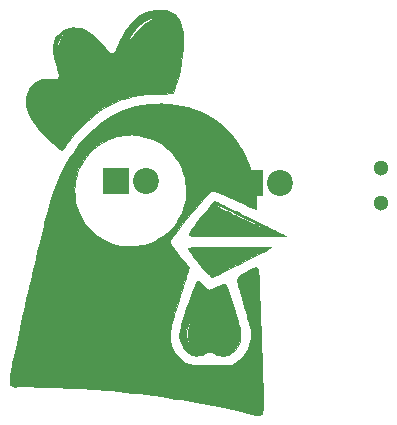
<source format=gbr>
G04 #@! TF.GenerationSoftware,KiCad,Pcbnew,(5.1.4)-1*
G04 #@! TF.CreationDate,2020-11-27T18:52:48+01:00*
G04 #@! TF.ProjectId,SpaceBADGE,53706163-6542-4414-9447-452e6b696361,rev?*
G04 #@! TF.SameCoordinates,Original*
G04 #@! TF.FileFunction,Soldermask,Top*
G04 #@! TF.FilePolarity,Negative*
%FSLAX46Y46*%
G04 Gerber Fmt 4.6, Leading zero omitted, Abs format (unit mm)*
G04 Created by KiCad (PCBNEW (5.1.4)-1) date 2020-11-27 18:52:48*
%MOMM*%
%LPD*%
G04 APERTURE LIST*
%ADD10C,0.010000*%
%ADD11C,1.300000*%
%ADD12R,2.200000X2.200000*%
%ADD13C,2.200000*%
G04 APERTURE END LIST*
D10*
G36*
X90051287Y-108958466D02*
G01*
X90256785Y-108964964D01*
X90434946Y-108975075D01*
X90504550Y-108980914D01*
X91043441Y-109047231D01*
X91570883Y-109141901D01*
X92083558Y-109263716D01*
X92578150Y-109411466D01*
X93051340Y-109583941D01*
X93499812Y-109779934D01*
X93920248Y-109998234D01*
X94309329Y-110237632D01*
X94663740Y-110496919D01*
X94663800Y-110496968D01*
X95030188Y-110807939D01*
X95380760Y-111140761D01*
X95711750Y-111490805D01*
X96019391Y-111853437D01*
X96299916Y-112224028D01*
X96549560Y-112597946D01*
X96764555Y-112970559D01*
X96902002Y-113249017D01*
X97025138Y-113533073D01*
X97145368Y-113837306D01*
X97261076Y-114155969D01*
X97370645Y-114483315D01*
X97472459Y-114813596D01*
X97564902Y-115141067D01*
X97646356Y-115459980D01*
X97715206Y-115764589D01*
X97769834Y-116049145D01*
X97808625Y-116307903D01*
X97829960Y-116535115D01*
X97830827Y-116551017D01*
X97838451Y-116653419D01*
X97849627Y-116746562D01*
X97862672Y-116818333D01*
X97872408Y-116850273D01*
X97888623Y-116910180D01*
X97897999Y-116992790D01*
X97899166Y-117051357D01*
X97899328Y-117126280D01*
X97901911Y-117229574D01*
X97906472Y-117347376D01*
X97912295Y-117461183D01*
X97918395Y-117619879D01*
X97915644Y-117739690D01*
X97903694Y-117823200D01*
X97882197Y-117872996D01*
X97854391Y-117891125D01*
X97838807Y-117889288D01*
X97808123Y-117879800D01*
X97760263Y-117861733D01*
X97693152Y-117834163D01*
X97604714Y-117796162D01*
X97492874Y-117746805D01*
X97355555Y-117685165D01*
X97190681Y-117610317D01*
X96996178Y-117521335D01*
X96769969Y-117417292D01*
X96509978Y-117297262D01*
X96214130Y-117160319D01*
X96156050Y-117133404D01*
X95821601Y-116979262D01*
X95523019Y-116843568D01*
X95258438Y-116725572D01*
X95025994Y-116624525D01*
X94823822Y-116539677D01*
X94650058Y-116470280D01*
X94502836Y-116415584D01*
X94380293Y-116374840D01*
X94280564Y-116347299D01*
X94201783Y-116332211D01*
X94153119Y-116328604D01*
X94113943Y-116329966D01*
X94080823Y-116337477D01*
X94046724Y-116356044D01*
X94004612Y-116390571D01*
X93947449Y-116445965D01*
X93868201Y-116527130D01*
X93867804Y-116527540D01*
X93729601Y-116673758D01*
X93568953Y-116849719D01*
X93389114Y-117051528D01*
X93193337Y-117275286D01*
X92984875Y-117517097D01*
X92766981Y-117773063D01*
X92542909Y-118039288D01*
X92315911Y-118311873D01*
X92089242Y-118586923D01*
X91866153Y-118860539D01*
X91649899Y-119128825D01*
X91443733Y-119387884D01*
X91250907Y-119633817D01*
X91074676Y-119862729D01*
X90987383Y-119978121D01*
X90858080Y-120152569D01*
X90754597Y-120297589D01*
X90675266Y-120415951D01*
X90618417Y-120510419D01*
X90582381Y-120583762D01*
X90565490Y-120638747D01*
X90565804Y-120677105D01*
X90590051Y-120734580D01*
X90641396Y-120823002D01*
X90719126Y-120941398D01*
X90822527Y-121088797D01*
X90950888Y-121264228D01*
X91103496Y-121466721D01*
X91279638Y-121695303D01*
X91478602Y-121949003D01*
X91699673Y-122226851D01*
X91739550Y-122276600D01*
X91844428Y-122407975D01*
X91940693Y-122529840D01*
X92025130Y-122638027D01*
X92094526Y-122728365D01*
X92145666Y-122796686D01*
X92175336Y-122838821D01*
X92181518Y-122849881D01*
X92176657Y-122875037D01*
X92159793Y-122937253D01*
X92131916Y-123033299D01*
X92094018Y-123159944D01*
X92047090Y-123313958D01*
X91992122Y-123492110D01*
X91930104Y-123691171D01*
X91862028Y-123907910D01*
X91788885Y-124139098D01*
X91714100Y-124373881D01*
X91582456Y-124786142D01*
X91463151Y-125160518D01*
X91355469Y-125499393D01*
X91258697Y-125805154D01*
X91172119Y-126080184D01*
X91095021Y-126326869D01*
X91026688Y-126547594D01*
X90966405Y-126744745D01*
X90913458Y-126920707D01*
X90867132Y-127077864D01*
X90826712Y-127218601D01*
X90791483Y-127345305D01*
X90760731Y-127460359D01*
X90733741Y-127566150D01*
X90709798Y-127665062D01*
X90688187Y-127759481D01*
X90668194Y-127851791D01*
X90659658Y-127892681D01*
X90610907Y-128199447D01*
X90590023Y-128506828D01*
X90596337Y-128808885D01*
X90629181Y-129099681D01*
X90687886Y-129373279D01*
X90771783Y-129623742D01*
X90879354Y-129843683D01*
X91012949Y-130048060D01*
X91170059Y-130248933D01*
X91344002Y-130439776D01*
X91528090Y-130614065D01*
X91715640Y-130765276D01*
X91899966Y-130886882D01*
X92004958Y-130942318D01*
X92052458Y-130964774D01*
X92095937Y-130984461D01*
X92138384Y-131001562D01*
X92182787Y-131016259D01*
X92232138Y-131028734D01*
X92289426Y-131039168D01*
X92357640Y-131047744D01*
X92439769Y-131054645D01*
X92538804Y-131060051D01*
X92657734Y-131064145D01*
X92799548Y-131067110D01*
X92967237Y-131069126D01*
X93163790Y-131070376D01*
X93392196Y-131071043D01*
X93655445Y-131071308D01*
X93956526Y-131071353D01*
X94124050Y-131071350D01*
X95838550Y-131071350D01*
X96070531Y-130927244D01*
X96176180Y-130859197D01*
X96284882Y-130785114D01*
X96382757Y-130714668D01*
X96446891Y-130665018D01*
X96649446Y-130475135D01*
X96838330Y-130250336D01*
X97010108Y-129996781D01*
X97161346Y-129720632D01*
X97288606Y-129428051D01*
X97388454Y-129125198D01*
X97448273Y-128869249D01*
X97468588Y-128732677D01*
X97475625Y-128597724D01*
X97471531Y-128457267D01*
X97466082Y-128375740D01*
X97458643Y-128296221D01*
X97448331Y-128215176D01*
X97434261Y-128129070D01*
X97415549Y-128034372D01*
X97391309Y-127927547D01*
X97360659Y-127805063D01*
X97322713Y-127663386D01*
X97276587Y-127498983D01*
X97221397Y-127308320D01*
X97156258Y-127087864D01*
X97080287Y-126834083D01*
X96992597Y-126543442D01*
X96992065Y-126541683D01*
X96875271Y-126152285D01*
X96767687Y-125786906D01*
X96669843Y-125447504D01*
X96582272Y-125136031D01*
X96505503Y-124854445D01*
X96440068Y-124604700D01*
X96386498Y-124388751D01*
X96345323Y-124208554D01*
X96317075Y-124066064D01*
X96312599Y-124039669D01*
X96300558Y-123958756D01*
X96298017Y-123903173D01*
X96306936Y-123856596D01*
X96329274Y-123802698D01*
X96344921Y-123770283D01*
X96395312Y-123687540D01*
X96467840Y-123602508D01*
X96565392Y-123512966D01*
X96690855Y-123416694D01*
X96847115Y-123311473D01*
X97037060Y-123195082D01*
X97256582Y-123069209D01*
X97429794Y-122975099D01*
X97572155Y-122904425D01*
X97687392Y-122856205D01*
X97779236Y-122829457D01*
X97851414Y-122823197D01*
X97907656Y-122836444D01*
X97951690Y-122868213D01*
X97964264Y-122882704D01*
X97994989Y-122933491D01*
X98008126Y-122978473D01*
X98008133Y-122979204D01*
X98016760Y-123006630D01*
X98029300Y-123006850D01*
X98040595Y-123019252D01*
X98047790Y-123070682D01*
X98050459Y-123157994D01*
X98050467Y-123163611D01*
X98054731Y-123262431D01*
X98066027Y-123356328D01*
X98082109Y-123426656D01*
X98082149Y-123426773D01*
X98094158Y-123473696D01*
X98102770Y-123537069D01*
X98108341Y-123622973D01*
X98111226Y-123737485D01*
X98111780Y-123886687D01*
X98111595Y-123930221D01*
X98112192Y-124060267D01*
X98114992Y-124222610D01*
X98119705Y-124407284D01*
X98126037Y-124604328D01*
X98133696Y-124803777D01*
X98142391Y-124995668D01*
X98143488Y-125017683D01*
X98153123Y-125208998D01*
X98163233Y-125409920D01*
X98173307Y-125610283D01*
X98182833Y-125799918D01*
X98191302Y-125968657D01*
X98198201Y-126106332D01*
X98198803Y-126118350D01*
X98204955Y-126250348D01*
X98211907Y-126414826D01*
X98219284Y-126601947D01*
X98226712Y-126801874D01*
X98233817Y-127004771D01*
X98240225Y-127200800D01*
X98241448Y-127240183D01*
X98247909Y-127442007D01*
X98255352Y-127660362D01*
X98263353Y-127883655D01*
X98271484Y-128100290D01*
X98279319Y-128298675D01*
X98286434Y-128467214D01*
X98286931Y-128478433D01*
X98294050Y-128643847D01*
X98300856Y-128812053D01*
X98306977Y-128973124D01*
X98312043Y-129117136D01*
X98315685Y-129234162D01*
X98316931Y-129282767D01*
X98323730Y-129551337D01*
X98331345Y-129793101D01*
X98339617Y-130003938D01*
X98348390Y-130179725D01*
X98355356Y-130288183D01*
X98361862Y-130393697D01*
X98368844Y-130536795D01*
X98376172Y-130712733D01*
X98383715Y-130916766D01*
X98391345Y-131144149D01*
X98398930Y-131390138D01*
X98406343Y-131649987D01*
X98413452Y-131918953D01*
X98420127Y-132192291D01*
X98426240Y-132465255D01*
X98431660Y-132733102D01*
X98436258Y-132991086D01*
X98439903Y-133234463D01*
X98442466Y-133458488D01*
X98442653Y-133479138D01*
X98444797Y-133825752D01*
X98444791Y-134135477D01*
X98442657Y-134407603D01*
X98438415Y-134641420D01*
X98432087Y-134836218D01*
X98423692Y-134991286D01*
X98413252Y-135105915D01*
X98400786Y-135179394D01*
X98392340Y-135203441D01*
X98341927Y-135254010D01*
X98254537Y-135289429D01*
X98133024Y-135308878D01*
X98012996Y-135312384D01*
X97922036Y-135310056D01*
X97841792Y-135306386D01*
X97785880Y-135302048D01*
X97775300Y-135300619D01*
X97736588Y-135292070D01*
X97665814Y-135274548D01*
X97571740Y-135250290D01*
X97463126Y-135221535D01*
X97415467Y-135208706D01*
X97177564Y-135146829D01*
X96901435Y-135079391D01*
X96590723Y-135007091D01*
X96249067Y-134930630D01*
X95880111Y-134850708D01*
X95487496Y-134768027D01*
X95074863Y-134683285D01*
X94645855Y-134597185D01*
X94204112Y-134510427D01*
X93753277Y-134423711D01*
X93296991Y-134337737D01*
X92838896Y-134253206D01*
X92382633Y-134170820D01*
X91931845Y-134091277D01*
X91490173Y-134015279D01*
X91061258Y-133943527D01*
X90648742Y-133876720D01*
X90256267Y-133815559D01*
X89890717Y-133761214D01*
X89228952Y-133667343D01*
X88591290Y-133580765D01*
X87973323Y-133501122D01*
X87370644Y-133428058D01*
X86778844Y-133361215D01*
X86193515Y-133300236D01*
X85610249Y-133244762D01*
X85024638Y-133194438D01*
X84432274Y-133148904D01*
X83828748Y-133107803D01*
X83209654Y-133070779D01*
X82570582Y-133037474D01*
X81907125Y-133007529D01*
X81214875Y-132980589D01*
X80489424Y-132956294D01*
X79726363Y-132934288D01*
X79677800Y-132932994D01*
X79437735Y-132926501D01*
X79198481Y-132919805D01*
X78965528Y-132913074D01*
X78744365Y-132906475D01*
X78540482Y-132900177D01*
X78359369Y-132894349D01*
X78206514Y-132889157D01*
X78087407Y-132884772D01*
X78037383Y-132882726D01*
X77897642Y-132877692D01*
X77781361Y-132875542D01*
X77693506Y-132876252D01*
X77639041Y-132879802D01*
X77622920Y-132884546D01*
X77591794Y-132904405D01*
X77536342Y-132916267D01*
X77467364Y-132920612D01*
X77395655Y-132917923D01*
X77332016Y-132908678D01*
X77287242Y-132893359D01*
X77272132Y-132872447D01*
X77273048Y-132868969D01*
X77269958Y-132847772D01*
X77234299Y-132839321D01*
X77212399Y-132838767D01*
X77128540Y-132818897D01*
X77080772Y-132787715D01*
X77053799Y-132762248D01*
X77036134Y-132735198D01*
X77025378Y-132696974D01*
X77019134Y-132637985D01*
X77015006Y-132548640D01*
X77014032Y-132520699D01*
X77012718Y-132432872D01*
X77015181Y-132341773D01*
X77022070Y-132242850D01*
X77034033Y-132131547D01*
X77051720Y-132003311D01*
X77075780Y-131853587D01*
X77106861Y-131677822D01*
X77145613Y-131471460D01*
X77192684Y-131229949D01*
X77211528Y-131134850D01*
X77256021Y-130915063D01*
X77309699Y-130656808D01*
X77371944Y-130362798D01*
X77442136Y-130035748D01*
X77519656Y-129678372D01*
X77603884Y-129293384D01*
X77694202Y-128883498D01*
X77789990Y-128451427D01*
X77890629Y-127999887D01*
X77995500Y-127531590D01*
X78103983Y-127049251D01*
X78215461Y-126555584D01*
X78329312Y-126053303D01*
X78444919Y-125545121D01*
X78561661Y-125033754D01*
X78678921Y-124521915D01*
X78796078Y-124012317D01*
X78912513Y-123507676D01*
X79027608Y-123010704D01*
X79140742Y-122524117D01*
X79251297Y-122050627D01*
X79358654Y-121592950D01*
X79462194Y-121153799D01*
X79561296Y-120735887D01*
X79655343Y-120341930D01*
X79743714Y-119974641D01*
X79825791Y-119636734D01*
X79900955Y-119330923D01*
X79944256Y-119156855D01*
X80054304Y-118719745D01*
X80156490Y-118320593D01*
X80251952Y-117955990D01*
X80341828Y-117622528D01*
X80427256Y-117316800D01*
X80509376Y-117035397D01*
X80589324Y-116774911D01*
X80668240Y-116531934D01*
X80745602Y-116307862D01*
X82503157Y-116307862D01*
X82520887Y-116748581D01*
X82578200Y-117179002D01*
X82674310Y-117597607D01*
X82808430Y-118002881D01*
X82979776Y-118393307D01*
X83187560Y-118767368D01*
X83430996Y-119123548D01*
X83709299Y-119460330D01*
X84021681Y-119776197D01*
X84367359Y-120069633D01*
X84745544Y-120339122D01*
X85155451Y-120583146D01*
X85319932Y-120669167D01*
X85547710Y-120778023D01*
X85750549Y-120861575D01*
X85935562Y-120922173D01*
X86109865Y-120962164D01*
X86271217Y-120983141D01*
X86387324Y-120990368D01*
X86537101Y-120995973D01*
X86711916Y-120999946D01*
X86903136Y-121002273D01*
X87102128Y-121002943D01*
X87300260Y-121001943D01*
X87488900Y-120999261D01*
X87659414Y-120994885D01*
X87803170Y-120988803D01*
X87858717Y-120985374D01*
X88051385Y-120970233D01*
X88211030Y-120953685D01*
X88346964Y-120934226D01*
X88468496Y-120910354D01*
X88584938Y-120880565D01*
X88673152Y-120853876D01*
X89011118Y-120728049D01*
X89350885Y-120567371D01*
X89685889Y-120376471D01*
X90009565Y-120159977D01*
X90315346Y-119922517D01*
X90596668Y-119668719D01*
X90846965Y-119403212D01*
X90999293Y-119214076D01*
X91153200Y-118991858D01*
X91303464Y-118743427D01*
X91446009Y-118477561D01*
X91576759Y-118203037D01*
X91691638Y-117928633D01*
X91786571Y-117663126D01*
X91857481Y-117415293D01*
X91878832Y-117320000D01*
X91913511Y-117100878D01*
X91936183Y-116849177D01*
X91946747Y-116572942D01*
X91945100Y-116280219D01*
X91931140Y-115979054D01*
X91904766Y-115677492D01*
X91900220Y-115636941D01*
X91835097Y-115230100D01*
X91734904Y-114843712D01*
X91597606Y-114471758D01*
X91421170Y-114108221D01*
X91328876Y-113946463D01*
X91166329Y-113698567D01*
X90971136Y-113442299D01*
X90750004Y-113184891D01*
X90509638Y-112933576D01*
X90256746Y-112695587D01*
X89998033Y-112478154D01*
X89891617Y-112396466D01*
X89668016Y-112248432D01*
X89408972Y-112109772D01*
X89120783Y-111982819D01*
X88809750Y-111869904D01*
X88482173Y-111773358D01*
X88144350Y-111695512D01*
X87869300Y-111648025D01*
X87755764Y-111631114D01*
X87649811Y-111614795D01*
X87562349Y-111600782D01*
X87504284Y-111590791D01*
X87498883Y-111589764D01*
X87397882Y-111578789D01*
X87262881Y-111577308D01*
X87101039Y-111584916D01*
X86919515Y-111601206D01*
X86725469Y-111625772D01*
X86642260Y-111638411D01*
X86360149Y-111687882D01*
X86109415Y-111742394D01*
X85879135Y-111805325D01*
X85658384Y-111880054D01*
X85436240Y-111969963D01*
X85201779Y-112078428D01*
X85170550Y-112093711D01*
X84783048Y-112306363D01*
X84419554Y-112550164D01*
X84081962Y-112822686D01*
X83772169Y-113121500D01*
X83492070Y-113444175D01*
X83243560Y-113788282D01*
X83028535Y-114151393D01*
X82848891Y-114531077D01*
X82706522Y-114924906D01*
X82603325Y-115330450D01*
X82589590Y-115401595D01*
X82525796Y-115858361D01*
X82503157Y-116307862D01*
X80745602Y-116307862D01*
X80747261Y-116303057D01*
X80827526Y-116084874D01*
X80910174Y-115873975D01*
X80996341Y-115666954D01*
X81087168Y-115460401D01*
X81183791Y-115250908D01*
X81287349Y-115035068D01*
X81390740Y-114825933D01*
X81723639Y-114197205D01*
X82077953Y-113598603D01*
X82452687Y-113031269D01*
X82846842Y-112496341D01*
X83259421Y-111994958D01*
X83689427Y-111528261D01*
X84135863Y-111097389D01*
X84597731Y-110703482D01*
X85074034Y-110347679D01*
X85563775Y-110031120D01*
X85611903Y-110002576D01*
X86085012Y-109748532D01*
X86583122Y-109528335D01*
X87105498Y-109342216D01*
X87651408Y-109190407D01*
X88220118Y-109073142D01*
X88800633Y-108991768D01*
X88961499Y-108977928D01*
X89154643Y-108967319D01*
X89370130Y-108960005D01*
X89598023Y-108956049D01*
X89828388Y-108955515D01*
X90051287Y-108958466D01*
X90051287Y-108958466D01*
G37*
X90051287Y-108958466D02*
X90256785Y-108964964D01*
X90434946Y-108975075D01*
X90504550Y-108980914D01*
X91043441Y-109047231D01*
X91570883Y-109141901D01*
X92083558Y-109263716D01*
X92578150Y-109411466D01*
X93051340Y-109583941D01*
X93499812Y-109779934D01*
X93920248Y-109998234D01*
X94309329Y-110237632D01*
X94663740Y-110496919D01*
X94663800Y-110496968D01*
X95030188Y-110807939D01*
X95380760Y-111140761D01*
X95711750Y-111490805D01*
X96019391Y-111853437D01*
X96299916Y-112224028D01*
X96549560Y-112597946D01*
X96764555Y-112970559D01*
X96902002Y-113249017D01*
X97025138Y-113533073D01*
X97145368Y-113837306D01*
X97261076Y-114155969D01*
X97370645Y-114483315D01*
X97472459Y-114813596D01*
X97564902Y-115141067D01*
X97646356Y-115459980D01*
X97715206Y-115764589D01*
X97769834Y-116049145D01*
X97808625Y-116307903D01*
X97829960Y-116535115D01*
X97830827Y-116551017D01*
X97838451Y-116653419D01*
X97849627Y-116746562D01*
X97862672Y-116818333D01*
X97872408Y-116850273D01*
X97888623Y-116910180D01*
X97897999Y-116992790D01*
X97899166Y-117051357D01*
X97899328Y-117126280D01*
X97901911Y-117229574D01*
X97906472Y-117347376D01*
X97912295Y-117461183D01*
X97918395Y-117619879D01*
X97915644Y-117739690D01*
X97903694Y-117823200D01*
X97882197Y-117872996D01*
X97854391Y-117891125D01*
X97838807Y-117889288D01*
X97808123Y-117879800D01*
X97760263Y-117861733D01*
X97693152Y-117834163D01*
X97604714Y-117796162D01*
X97492874Y-117746805D01*
X97355555Y-117685165D01*
X97190681Y-117610317D01*
X96996178Y-117521335D01*
X96769969Y-117417292D01*
X96509978Y-117297262D01*
X96214130Y-117160319D01*
X96156050Y-117133404D01*
X95821601Y-116979262D01*
X95523019Y-116843568D01*
X95258438Y-116725572D01*
X95025994Y-116624525D01*
X94823822Y-116539677D01*
X94650058Y-116470280D01*
X94502836Y-116415584D01*
X94380293Y-116374840D01*
X94280564Y-116347299D01*
X94201783Y-116332211D01*
X94153119Y-116328604D01*
X94113943Y-116329966D01*
X94080823Y-116337477D01*
X94046724Y-116356044D01*
X94004612Y-116390571D01*
X93947449Y-116445965D01*
X93868201Y-116527130D01*
X93867804Y-116527540D01*
X93729601Y-116673758D01*
X93568953Y-116849719D01*
X93389114Y-117051528D01*
X93193337Y-117275286D01*
X92984875Y-117517097D01*
X92766981Y-117773063D01*
X92542909Y-118039288D01*
X92315911Y-118311873D01*
X92089242Y-118586923D01*
X91866153Y-118860539D01*
X91649899Y-119128825D01*
X91443733Y-119387884D01*
X91250907Y-119633817D01*
X91074676Y-119862729D01*
X90987383Y-119978121D01*
X90858080Y-120152569D01*
X90754597Y-120297589D01*
X90675266Y-120415951D01*
X90618417Y-120510419D01*
X90582381Y-120583762D01*
X90565490Y-120638747D01*
X90565804Y-120677105D01*
X90590051Y-120734580D01*
X90641396Y-120823002D01*
X90719126Y-120941398D01*
X90822527Y-121088797D01*
X90950888Y-121264228D01*
X91103496Y-121466721D01*
X91279638Y-121695303D01*
X91478602Y-121949003D01*
X91699673Y-122226851D01*
X91739550Y-122276600D01*
X91844428Y-122407975D01*
X91940693Y-122529840D01*
X92025130Y-122638027D01*
X92094526Y-122728365D01*
X92145666Y-122796686D01*
X92175336Y-122838821D01*
X92181518Y-122849881D01*
X92176657Y-122875037D01*
X92159793Y-122937253D01*
X92131916Y-123033299D01*
X92094018Y-123159944D01*
X92047090Y-123313958D01*
X91992122Y-123492110D01*
X91930104Y-123691171D01*
X91862028Y-123907910D01*
X91788885Y-124139098D01*
X91714100Y-124373881D01*
X91582456Y-124786142D01*
X91463151Y-125160518D01*
X91355469Y-125499393D01*
X91258697Y-125805154D01*
X91172119Y-126080184D01*
X91095021Y-126326869D01*
X91026688Y-126547594D01*
X90966405Y-126744745D01*
X90913458Y-126920707D01*
X90867132Y-127077864D01*
X90826712Y-127218601D01*
X90791483Y-127345305D01*
X90760731Y-127460359D01*
X90733741Y-127566150D01*
X90709798Y-127665062D01*
X90688187Y-127759481D01*
X90668194Y-127851791D01*
X90659658Y-127892681D01*
X90610907Y-128199447D01*
X90590023Y-128506828D01*
X90596337Y-128808885D01*
X90629181Y-129099681D01*
X90687886Y-129373279D01*
X90771783Y-129623742D01*
X90879354Y-129843683D01*
X91012949Y-130048060D01*
X91170059Y-130248933D01*
X91344002Y-130439776D01*
X91528090Y-130614065D01*
X91715640Y-130765276D01*
X91899966Y-130886882D01*
X92004958Y-130942318D01*
X92052458Y-130964774D01*
X92095937Y-130984461D01*
X92138384Y-131001562D01*
X92182787Y-131016259D01*
X92232138Y-131028734D01*
X92289426Y-131039168D01*
X92357640Y-131047744D01*
X92439769Y-131054645D01*
X92538804Y-131060051D01*
X92657734Y-131064145D01*
X92799548Y-131067110D01*
X92967237Y-131069126D01*
X93163790Y-131070376D01*
X93392196Y-131071043D01*
X93655445Y-131071308D01*
X93956526Y-131071353D01*
X94124050Y-131071350D01*
X95838550Y-131071350D01*
X96070531Y-130927244D01*
X96176180Y-130859197D01*
X96284882Y-130785114D01*
X96382757Y-130714668D01*
X96446891Y-130665018D01*
X96649446Y-130475135D01*
X96838330Y-130250336D01*
X97010108Y-129996781D01*
X97161346Y-129720632D01*
X97288606Y-129428051D01*
X97388454Y-129125198D01*
X97448273Y-128869249D01*
X97468588Y-128732677D01*
X97475625Y-128597724D01*
X97471531Y-128457267D01*
X97466082Y-128375740D01*
X97458643Y-128296221D01*
X97448331Y-128215176D01*
X97434261Y-128129070D01*
X97415549Y-128034372D01*
X97391309Y-127927547D01*
X97360659Y-127805063D01*
X97322713Y-127663386D01*
X97276587Y-127498983D01*
X97221397Y-127308320D01*
X97156258Y-127087864D01*
X97080287Y-126834083D01*
X96992597Y-126543442D01*
X96992065Y-126541683D01*
X96875271Y-126152285D01*
X96767687Y-125786906D01*
X96669843Y-125447504D01*
X96582272Y-125136031D01*
X96505503Y-124854445D01*
X96440068Y-124604700D01*
X96386498Y-124388751D01*
X96345323Y-124208554D01*
X96317075Y-124066064D01*
X96312599Y-124039669D01*
X96300558Y-123958756D01*
X96298017Y-123903173D01*
X96306936Y-123856596D01*
X96329274Y-123802698D01*
X96344921Y-123770283D01*
X96395312Y-123687540D01*
X96467840Y-123602508D01*
X96565392Y-123512966D01*
X96690855Y-123416694D01*
X96847115Y-123311473D01*
X97037060Y-123195082D01*
X97256582Y-123069209D01*
X97429794Y-122975099D01*
X97572155Y-122904425D01*
X97687392Y-122856205D01*
X97779236Y-122829457D01*
X97851414Y-122823197D01*
X97907656Y-122836444D01*
X97951690Y-122868213D01*
X97964264Y-122882704D01*
X97994989Y-122933491D01*
X98008126Y-122978473D01*
X98008133Y-122979204D01*
X98016760Y-123006630D01*
X98029300Y-123006850D01*
X98040595Y-123019252D01*
X98047790Y-123070682D01*
X98050459Y-123157994D01*
X98050467Y-123163611D01*
X98054731Y-123262431D01*
X98066027Y-123356328D01*
X98082109Y-123426656D01*
X98082149Y-123426773D01*
X98094158Y-123473696D01*
X98102770Y-123537069D01*
X98108341Y-123622973D01*
X98111226Y-123737485D01*
X98111780Y-123886687D01*
X98111595Y-123930221D01*
X98112192Y-124060267D01*
X98114992Y-124222610D01*
X98119705Y-124407284D01*
X98126037Y-124604328D01*
X98133696Y-124803777D01*
X98142391Y-124995668D01*
X98143488Y-125017683D01*
X98153123Y-125208998D01*
X98163233Y-125409920D01*
X98173307Y-125610283D01*
X98182833Y-125799918D01*
X98191302Y-125968657D01*
X98198201Y-126106332D01*
X98198803Y-126118350D01*
X98204955Y-126250348D01*
X98211907Y-126414826D01*
X98219284Y-126601947D01*
X98226712Y-126801874D01*
X98233817Y-127004771D01*
X98240225Y-127200800D01*
X98241448Y-127240183D01*
X98247909Y-127442007D01*
X98255352Y-127660362D01*
X98263353Y-127883655D01*
X98271484Y-128100290D01*
X98279319Y-128298675D01*
X98286434Y-128467214D01*
X98286931Y-128478433D01*
X98294050Y-128643847D01*
X98300856Y-128812053D01*
X98306977Y-128973124D01*
X98312043Y-129117136D01*
X98315685Y-129234162D01*
X98316931Y-129282767D01*
X98323730Y-129551337D01*
X98331345Y-129793101D01*
X98339617Y-130003938D01*
X98348390Y-130179725D01*
X98355356Y-130288183D01*
X98361862Y-130393697D01*
X98368844Y-130536795D01*
X98376172Y-130712733D01*
X98383715Y-130916766D01*
X98391345Y-131144149D01*
X98398930Y-131390138D01*
X98406343Y-131649987D01*
X98413452Y-131918953D01*
X98420127Y-132192291D01*
X98426240Y-132465255D01*
X98431660Y-132733102D01*
X98436258Y-132991086D01*
X98439903Y-133234463D01*
X98442466Y-133458488D01*
X98442653Y-133479138D01*
X98444797Y-133825752D01*
X98444791Y-134135477D01*
X98442657Y-134407603D01*
X98438415Y-134641420D01*
X98432087Y-134836218D01*
X98423692Y-134991286D01*
X98413252Y-135105915D01*
X98400786Y-135179394D01*
X98392340Y-135203441D01*
X98341927Y-135254010D01*
X98254537Y-135289429D01*
X98133024Y-135308878D01*
X98012996Y-135312384D01*
X97922036Y-135310056D01*
X97841792Y-135306386D01*
X97785880Y-135302048D01*
X97775300Y-135300619D01*
X97736588Y-135292070D01*
X97665814Y-135274548D01*
X97571740Y-135250290D01*
X97463126Y-135221535D01*
X97415467Y-135208706D01*
X97177564Y-135146829D01*
X96901435Y-135079391D01*
X96590723Y-135007091D01*
X96249067Y-134930630D01*
X95880111Y-134850708D01*
X95487496Y-134768027D01*
X95074863Y-134683285D01*
X94645855Y-134597185D01*
X94204112Y-134510427D01*
X93753277Y-134423711D01*
X93296991Y-134337737D01*
X92838896Y-134253206D01*
X92382633Y-134170820D01*
X91931845Y-134091277D01*
X91490173Y-134015279D01*
X91061258Y-133943527D01*
X90648742Y-133876720D01*
X90256267Y-133815559D01*
X89890717Y-133761214D01*
X89228952Y-133667343D01*
X88591290Y-133580765D01*
X87973323Y-133501122D01*
X87370644Y-133428058D01*
X86778844Y-133361215D01*
X86193515Y-133300236D01*
X85610249Y-133244762D01*
X85024638Y-133194438D01*
X84432274Y-133148904D01*
X83828748Y-133107803D01*
X83209654Y-133070779D01*
X82570582Y-133037474D01*
X81907125Y-133007529D01*
X81214875Y-132980589D01*
X80489424Y-132956294D01*
X79726363Y-132934288D01*
X79677800Y-132932994D01*
X79437735Y-132926501D01*
X79198481Y-132919805D01*
X78965528Y-132913074D01*
X78744365Y-132906475D01*
X78540482Y-132900177D01*
X78359369Y-132894349D01*
X78206514Y-132889157D01*
X78087407Y-132884772D01*
X78037383Y-132882726D01*
X77897642Y-132877692D01*
X77781361Y-132875542D01*
X77693506Y-132876252D01*
X77639041Y-132879802D01*
X77622920Y-132884546D01*
X77591794Y-132904405D01*
X77536342Y-132916267D01*
X77467364Y-132920612D01*
X77395655Y-132917923D01*
X77332016Y-132908678D01*
X77287242Y-132893359D01*
X77272132Y-132872447D01*
X77273048Y-132868969D01*
X77269958Y-132847772D01*
X77234299Y-132839321D01*
X77212399Y-132838767D01*
X77128540Y-132818897D01*
X77080772Y-132787715D01*
X77053799Y-132762248D01*
X77036134Y-132735198D01*
X77025378Y-132696974D01*
X77019134Y-132637985D01*
X77015006Y-132548640D01*
X77014032Y-132520699D01*
X77012718Y-132432872D01*
X77015181Y-132341773D01*
X77022070Y-132242850D01*
X77034033Y-132131547D01*
X77051720Y-132003311D01*
X77075780Y-131853587D01*
X77106861Y-131677822D01*
X77145613Y-131471460D01*
X77192684Y-131229949D01*
X77211528Y-131134850D01*
X77256021Y-130915063D01*
X77309699Y-130656808D01*
X77371944Y-130362798D01*
X77442136Y-130035748D01*
X77519656Y-129678372D01*
X77603884Y-129293384D01*
X77694202Y-128883498D01*
X77789990Y-128451427D01*
X77890629Y-127999887D01*
X77995500Y-127531590D01*
X78103983Y-127049251D01*
X78215461Y-126555584D01*
X78329312Y-126053303D01*
X78444919Y-125545121D01*
X78561661Y-125033754D01*
X78678921Y-124521915D01*
X78796078Y-124012317D01*
X78912513Y-123507676D01*
X79027608Y-123010704D01*
X79140742Y-122524117D01*
X79251297Y-122050627D01*
X79358654Y-121592950D01*
X79462194Y-121153799D01*
X79561296Y-120735887D01*
X79655343Y-120341930D01*
X79743714Y-119974641D01*
X79825791Y-119636734D01*
X79900955Y-119330923D01*
X79944256Y-119156855D01*
X80054304Y-118719745D01*
X80156490Y-118320593D01*
X80251952Y-117955990D01*
X80341828Y-117622528D01*
X80427256Y-117316800D01*
X80509376Y-117035397D01*
X80589324Y-116774911D01*
X80668240Y-116531934D01*
X80745602Y-116307862D01*
X82503157Y-116307862D01*
X82520887Y-116748581D01*
X82578200Y-117179002D01*
X82674310Y-117597607D01*
X82808430Y-118002881D01*
X82979776Y-118393307D01*
X83187560Y-118767368D01*
X83430996Y-119123548D01*
X83709299Y-119460330D01*
X84021681Y-119776197D01*
X84367359Y-120069633D01*
X84745544Y-120339122D01*
X85155451Y-120583146D01*
X85319932Y-120669167D01*
X85547710Y-120778023D01*
X85750549Y-120861575D01*
X85935562Y-120922173D01*
X86109865Y-120962164D01*
X86271217Y-120983141D01*
X86387324Y-120990368D01*
X86537101Y-120995973D01*
X86711916Y-120999946D01*
X86903136Y-121002273D01*
X87102128Y-121002943D01*
X87300260Y-121001943D01*
X87488900Y-120999261D01*
X87659414Y-120994885D01*
X87803170Y-120988803D01*
X87858717Y-120985374D01*
X88051385Y-120970233D01*
X88211030Y-120953685D01*
X88346964Y-120934226D01*
X88468496Y-120910354D01*
X88584938Y-120880565D01*
X88673152Y-120853876D01*
X89011118Y-120728049D01*
X89350885Y-120567371D01*
X89685889Y-120376471D01*
X90009565Y-120159977D01*
X90315346Y-119922517D01*
X90596668Y-119668719D01*
X90846965Y-119403212D01*
X90999293Y-119214076D01*
X91153200Y-118991858D01*
X91303464Y-118743427D01*
X91446009Y-118477561D01*
X91576759Y-118203037D01*
X91691638Y-117928633D01*
X91786571Y-117663126D01*
X91857481Y-117415293D01*
X91878832Y-117320000D01*
X91913511Y-117100878D01*
X91936183Y-116849177D01*
X91946747Y-116572942D01*
X91945100Y-116280219D01*
X91931140Y-115979054D01*
X91904766Y-115677492D01*
X91900220Y-115636941D01*
X91835097Y-115230100D01*
X91734904Y-114843712D01*
X91597606Y-114471758D01*
X91421170Y-114108221D01*
X91328876Y-113946463D01*
X91166329Y-113698567D01*
X90971136Y-113442299D01*
X90750004Y-113184891D01*
X90509638Y-112933576D01*
X90256746Y-112695587D01*
X89998033Y-112478154D01*
X89891617Y-112396466D01*
X89668016Y-112248432D01*
X89408972Y-112109772D01*
X89120783Y-111982819D01*
X88809750Y-111869904D01*
X88482173Y-111773358D01*
X88144350Y-111695512D01*
X87869300Y-111648025D01*
X87755764Y-111631114D01*
X87649811Y-111614795D01*
X87562349Y-111600782D01*
X87504284Y-111590791D01*
X87498883Y-111589764D01*
X87397882Y-111578789D01*
X87262881Y-111577308D01*
X87101039Y-111584916D01*
X86919515Y-111601206D01*
X86725469Y-111625772D01*
X86642260Y-111638411D01*
X86360149Y-111687882D01*
X86109415Y-111742394D01*
X85879135Y-111805325D01*
X85658384Y-111880054D01*
X85436240Y-111969963D01*
X85201779Y-112078428D01*
X85170550Y-112093711D01*
X84783048Y-112306363D01*
X84419554Y-112550164D01*
X84081962Y-112822686D01*
X83772169Y-113121500D01*
X83492070Y-113444175D01*
X83243560Y-113788282D01*
X83028535Y-114151393D01*
X82848891Y-114531077D01*
X82706522Y-114924906D01*
X82603325Y-115330450D01*
X82589590Y-115401595D01*
X82525796Y-115858361D01*
X82503157Y-116307862D01*
X80745602Y-116307862D01*
X80747261Y-116303057D01*
X80827526Y-116084874D01*
X80910174Y-115873975D01*
X80996341Y-115666954D01*
X81087168Y-115460401D01*
X81183791Y-115250908D01*
X81287349Y-115035068D01*
X81390740Y-114825933D01*
X81723639Y-114197205D01*
X82077953Y-113598603D01*
X82452687Y-113031269D01*
X82846842Y-112496341D01*
X83259421Y-111994958D01*
X83689427Y-111528261D01*
X84135863Y-111097389D01*
X84597731Y-110703482D01*
X85074034Y-110347679D01*
X85563775Y-110031120D01*
X85611903Y-110002576D01*
X86085012Y-109748532D01*
X86583122Y-109528335D01*
X87105498Y-109342216D01*
X87651408Y-109190407D01*
X88220118Y-109073142D01*
X88800633Y-108991768D01*
X88961499Y-108977928D01*
X89154643Y-108967319D01*
X89370130Y-108960005D01*
X89598023Y-108956049D01*
X89828388Y-108955515D01*
X90051287Y-108958466D01*
G36*
X92982002Y-123996217D02*
G01*
X93030854Y-124013463D01*
X93086525Y-124046283D01*
X93153463Y-124098043D01*
X93236121Y-124172108D01*
X93338949Y-124271845D01*
X93436133Y-124369741D01*
X93530665Y-124463869D01*
X93620772Y-124549764D01*
X93700235Y-124621786D01*
X93762837Y-124674296D01*
X93801842Y-124701395D01*
X93881800Y-124742188D01*
X94055842Y-124682227D01*
X94131607Y-124653498D01*
X94235615Y-124610369D01*
X94358100Y-124557083D01*
X94489297Y-124497881D01*
X94609070Y-124441944D01*
X94752482Y-124374803D01*
X94864898Y-124324929D01*
X94952776Y-124289861D01*
X95022578Y-124267141D01*
X95080762Y-124254307D01*
X95112120Y-124250390D01*
X95172197Y-124247005D01*
X95221914Y-124251681D01*
X95264487Y-124268623D01*
X95303134Y-124302035D01*
X95341072Y-124356120D01*
X95381517Y-124435084D01*
X95427687Y-124543130D01*
X95482799Y-124684462D01*
X95520307Y-124783817D01*
X95597338Y-124994644D01*
X95679030Y-125228429D01*
X95764015Y-125480550D01*
X95850921Y-125746382D01*
X95938380Y-126021303D01*
X96025021Y-126300689D01*
X96109474Y-126579916D01*
X96190370Y-126854361D01*
X96266339Y-127119401D01*
X96336010Y-127370412D01*
X96398015Y-127602771D01*
X96450982Y-127811854D01*
X96493543Y-127993039D01*
X96524327Y-128141700D01*
X96536709Y-128214256D01*
X96564129Y-128516714D01*
X96552546Y-128803065D01*
X96501727Y-129074200D01*
X96411443Y-129331007D01*
X96281462Y-129574375D01*
X96128035Y-129785454D01*
X96011810Y-129905170D01*
X95867980Y-130020697D01*
X95708386Y-130124510D01*
X95544867Y-130209086D01*
X95389263Y-130266901D01*
X95357216Y-130275294D01*
X95209313Y-130300485D01*
X95052565Y-130310002D01*
X94904765Y-130303377D01*
X94818680Y-130289465D01*
X94616945Y-130226476D01*
X94419409Y-130128708D01*
X94385123Y-130108118D01*
X94267244Y-130046710D01*
X94139154Y-129998319D01*
X94016226Y-129967985D01*
X93933538Y-129960100D01*
X93832693Y-129970517D01*
X93736517Y-130005010D01*
X93632853Y-130068444D01*
X93597706Y-130094431D01*
X93480991Y-130163695D01*
X93334087Y-130220656D01*
X93167816Y-130263510D01*
X92993000Y-130290453D01*
X92820461Y-130299684D01*
X92661021Y-130289399D01*
X92556757Y-130267854D01*
X92434938Y-130224317D01*
X92301920Y-130163224D01*
X92172255Y-130092272D01*
X92060491Y-130019160D01*
X92008473Y-129977804D01*
X91897177Y-129860699D01*
X91787383Y-129710107D01*
X91683146Y-129534798D01*
X91588517Y-129343541D01*
X91507552Y-129145105D01*
X91444304Y-128948260D01*
X91402828Y-128761775D01*
X91388606Y-128636863D01*
X91385343Y-128556869D01*
X91386555Y-128488072D01*
X91958716Y-128488072D01*
X91964343Y-128697401D01*
X91999666Y-128889757D01*
X92066211Y-129070842D01*
X92165503Y-129246356D01*
X92299067Y-129421999D01*
X92457768Y-129592855D01*
X92546151Y-129679074D01*
X92612179Y-129738970D01*
X92654492Y-129771719D01*
X92671728Y-129776495D01*
X92662525Y-129752474D01*
X92625523Y-129698833D01*
X92619479Y-129690801D01*
X92579098Y-129639755D01*
X92520379Y-129568323D01*
X92452837Y-129487999D01*
X92414485Y-129443161D01*
X92277430Y-129263660D01*
X92257308Y-129227144D01*
X94394757Y-129227144D01*
X94395756Y-129264976D01*
X94398471Y-129276750D01*
X94429490Y-129349347D01*
X94485572Y-129433964D01*
X94559677Y-129523768D01*
X94644765Y-129611926D01*
X94733793Y-129691605D01*
X94819724Y-129755971D01*
X94895515Y-129798192D01*
X94949550Y-129811607D01*
X94959124Y-129803059D01*
X94943484Y-129775840D01*
X94900492Y-129727331D01*
X94828011Y-129654913D01*
X94798466Y-129626478D01*
X94713825Y-129543363D01*
X94631074Y-129458331D01*
X94560352Y-129382010D01*
X94516037Y-129330392D01*
X94455311Y-129260041D01*
X94414747Y-129225562D01*
X94394757Y-129227144D01*
X92257308Y-129227144D01*
X92179080Y-129085187D01*
X92116748Y-128899899D01*
X92087746Y-128699952D01*
X92088453Y-128491932D01*
X92094224Y-128412543D01*
X92102230Y-128333993D01*
X92113489Y-128251010D01*
X92129016Y-128158319D01*
X92149827Y-128050649D01*
X92176939Y-127922724D01*
X92211367Y-127769272D01*
X92254129Y-127585020D01*
X92303129Y-127377767D01*
X92345161Y-127200702D01*
X92377967Y-127061378D01*
X92402193Y-126956365D01*
X92418485Y-126882236D01*
X92427486Y-126835564D01*
X92429844Y-126812922D01*
X92426201Y-126810882D01*
X92417204Y-126826017D01*
X92403498Y-126854898D01*
X92400160Y-126862217D01*
X92366267Y-126944125D01*
X92323790Y-127057974D01*
X92275604Y-127194949D01*
X92224583Y-127346239D01*
X92173601Y-127503031D01*
X92125534Y-127656512D01*
X92083256Y-127797869D01*
X92049640Y-127918289D01*
X92030452Y-127995696D01*
X91981261Y-128256071D01*
X91958716Y-128488072D01*
X91386555Y-128488072D01*
X91386580Y-128486679D01*
X91393712Y-128415628D01*
X91408134Y-128333051D01*
X91431241Y-128228282D01*
X91455078Y-128128863D01*
X91506709Y-127926208D01*
X91568187Y-127700264D01*
X91638222Y-127454866D01*
X91715519Y-127193847D01*
X91798788Y-126921043D01*
X91886736Y-126640286D01*
X91978070Y-126355413D01*
X92071498Y-126070256D01*
X92165728Y-125788651D01*
X92259467Y-125514432D01*
X92351424Y-125251432D01*
X92440305Y-125003487D01*
X92524819Y-124774431D01*
X92603673Y-124568097D01*
X92675575Y-124388321D01*
X92739232Y-124238936D01*
X92793352Y-124123776D01*
X92824191Y-124066731D01*
X92861322Y-124015598D01*
X92901076Y-123994180D01*
X92935516Y-123991179D01*
X92982002Y-123996217D01*
X92982002Y-123996217D01*
G37*
X92982002Y-123996217D02*
X93030854Y-124013463D01*
X93086525Y-124046283D01*
X93153463Y-124098043D01*
X93236121Y-124172108D01*
X93338949Y-124271845D01*
X93436133Y-124369741D01*
X93530665Y-124463869D01*
X93620772Y-124549764D01*
X93700235Y-124621786D01*
X93762837Y-124674296D01*
X93801842Y-124701395D01*
X93881800Y-124742188D01*
X94055842Y-124682227D01*
X94131607Y-124653498D01*
X94235615Y-124610369D01*
X94358100Y-124557083D01*
X94489297Y-124497881D01*
X94609070Y-124441944D01*
X94752482Y-124374803D01*
X94864898Y-124324929D01*
X94952776Y-124289861D01*
X95022578Y-124267141D01*
X95080762Y-124254307D01*
X95112120Y-124250390D01*
X95172197Y-124247005D01*
X95221914Y-124251681D01*
X95264487Y-124268623D01*
X95303134Y-124302035D01*
X95341072Y-124356120D01*
X95381517Y-124435084D01*
X95427687Y-124543130D01*
X95482799Y-124684462D01*
X95520307Y-124783817D01*
X95597338Y-124994644D01*
X95679030Y-125228429D01*
X95764015Y-125480550D01*
X95850921Y-125746382D01*
X95938380Y-126021303D01*
X96025021Y-126300689D01*
X96109474Y-126579916D01*
X96190370Y-126854361D01*
X96266339Y-127119401D01*
X96336010Y-127370412D01*
X96398015Y-127602771D01*
X96450982Y-127811854D01*
X96493543Y-127993039D01*
X96524327Y-128141700D01*
X96536709Y-128214256D01*
X96564129Y-128516714D01*
X96552546Y-128803065D01*
X96501727Y-129074200D01*
X96411443Y-129331007D01*
X96281462Y-129574375D01*
X96128035Y-129785454D01*
X96011810Y-129905170D01*
X95867980Y-130020697D01*
X95708386Y-130124510D01*
X95544867Y-130209086D01*
X95389263Y-130266901D01*
X95357216Y-130275294D01*
X95209313Y-130300485D01*
X95052565Y-130310002D01*
X94904765Y-130303377D01*
X94818680Y-130289465D01*
X94616945Y-130226476D01*
X94419409Y-130128708D01*
X94385123Y-130108118D01*
X94267244Y-130046710D01*
X94139154Y-129998319D01*
X94016226Y-129967985D01*
X93933538Y-129960100D01*
X93832693Y-129970517D01*
X93736517Y-130005010D01*
X93632853Y-130068444D01*
X93597706Y-130094431D01*
X93480991Y-130163695D01*
X93334087Y-130220656D01*
X93167816Y-130263510D01*
X92993000Y-130290453D01*
X92820461Y-130299684D01*
X92661021Y-130289399D01*
X92556757Y-130267854D01*
X92434938Y-130224317D01*
X92301920Y-130163224D01*
X92172255Y-130092272D01*
X92060491Y-130019160D01*
X92008473Y-129977804D01*
X91897177Y-129860699D01*
X91787383Y-129710107D01*
X91683146Y-129534798D01*
X91588517Y-129343541D01*
X91507552Y-129145105D01*
X91444304Y-128948260D01*
X91402828Y-128761775D01*
X91388606Y-128636863D01*
X91385343Y-128556869D01*
X91386555Y-128488072D01*
X91958716Y-128488072D01*
X91964343Y-128697401D01*
X91999666Y-128889757D01*
X92066211Y-129070842D01*
X92165503Y-129246356D01*
X92299067Y-129421999D01*
X92457768Y-129592855D01*
X92546151Y-129679074D01*
X92612179Y-129738970D01*
X92654492Y-129771719D01*
X92671728Y-129776495D01*
X92662525Y-129752474D01*
X92625523Y-129698833D01*
X92619479Y-129690801D01*
X92579098Y-129639755D01*
X92520379Y-129568323D01*
X92452837Y-129487999D01*
X92414485Y-129443161D01*
X92277430Y-129263660D01*
X92257308Y-129227144D01*
X94394757Y-129227144D01*
X94395756Y-129264976D01*
X94398471Y-129276750D01*
X94429490Y-129349347D01*
X94485572Y-129433964D01*
X94559677Y-129523768D01*
X94644765Y-129611926D01*
X94733793Y-129691605D01*
X94819724Y-129755971D01*
X94895515Y-129798192D01*
X94949550Y-129811607D01*
X94959124Y-129803059D01*
X94943484Y-129775840D01*
X94900492Y-129727331D01*
X94828011Y-129654913D01*
X94798466Y-129626478D01*
X94713825Y-129543363D01*
X94631074Y-129458331D01*
X94560352Y-129382010D01*
X94516037Y-129330392D01*
X94455311Y-129260041D01*
X94414747Y-129225562D01*
X94394757Y-129227144D01*
X92257308Y-129227144D01*
X92179080Y-129085187D01*
X92116748Y-128899899D01*
X92087746Y-128699952D01*
X92088453Y-128491932D01*
X92094224Y-128412543D01*
X92102230Y-128333993D01*
X92113489Y-128251010D01*
X92129016Y-128158319D01*
X92149827Y-128050649D01*
X92176939Y-127922724D01*
X92211367Y-127769272D01*
X92254129Y-127585020D01*
X92303129Y-127377767D01*
X92345161Y-127200702D01*
X92377967Y-127061378D01*
X92402193Y-126956365D01*
X92418485Y-126882236D01*
X92427486Y-126835564D01*
X92429844Y-126812922D01*
X92426201Y-126810882D01*
X92417204Y-126826017D01*
X92403498Y-126854898D01*
X92400160Y-126862217D01*
X92366267Y-126944125D01*
X92323790Y-127057974D01*
X92275604Y-127194949D01*
X92224583Y-127346239D01*
X92173601Y-127503031D01*
X92125534Y-127656512D01*
X92083256Y-127797869D01*
X92049640Y-127918289D01*
X92030452Y-127995696D01*
X91981261Y-128256071D01*
X91958716Y-128488072D01*
X91386555Y-128488072D01*
X91386580Y-128486679D01*
X91393712Y-128415628D01*
X91408134Y-128333051D01*
X91431241Y-128228282D01*
X91455078Y-128128863D01*
X91506709Y-127926208D01*
X91568187Y-127700264D01*
X91638222Y-127454866D01*
X91715519Y-127193847D01*
X91798788Y-126921043D01*
X91886736Y-126640286D01*
X91978070Y-126355413D01*
X92071498Y-126070256D01*
X92165728Y-125788651D01*
X92259467Y-125514432D01*
X92351424Y-125251432D01*
X92440305Y-125003487D01*
X92524819Y-124774431D01*
X92603673Y-124568097D01*
X92675575Y-124388321D01*
X92739232Y-124238936D01*
X92793352Y-124123776D01*
X92824191Y-124066731D01*
X92861322Y-124015598D01*
X92901076Y-123994180D01*
X92935516Y-123991179D01*
X92982002Y-123996217D01*
G36*
X95938912Y-121093992D02*
G01*
X96254400Y-121094361D01*
X96567469Y-121094951D01*
X96875239Y-121095758D01*
X97174826Y-121096778D01*
X97463350Y-121098007D01*
X97737927Y-121099440D01*
X97995676Y-121101073D01*
X98233715Y-121102903D01*
X98449162Y-121104924D01*
X98639134Y-121107132D01*
X98800750Y-121109524D01*
X98931128Y-121112095D01*
X99027385Y-121114840D01*
X99086640Y-121117756D01*
X99105758Y-121120365D01*
X99110476Y-121136703D01*
X99084265Y-121163184D01*
X99023746Y-121202876D01*
X98998705Y-121217640D01*
X98906225Y-121269739D01*
X98782724Y-121336888D01*
X98631147Y-121417609D01*
X98454438Y-121510428D01*
X98255544Y-121613869D01*
X98037409Y-121726456D01*
X97802977Y-121846714D01*
X97555195Y-121973167D01*
X97297006Y-122104339D01*
X97031357Y-122238756D01*
X96761192Y-122374941D01*
X96489456Y-122511418D01*
X96219094Y-122646713D01*
X95953051Y-122779350D01*
X95694273Y-122907852D01*
X95445703Y-123030745D01*
X95210289Y-123146552D01*
X94990973Y-123253799D01*
X94790702Y-123351010D01*
X94612420Y-123436708D01*
X94459072Y-123509419D01*
X94333604Y-123567666D01*
X94238961Y-123609975D01*
X94178086Y-123634870D01*
X94166312Y-123638889D01*
X94116339Y-123636956D01*
X94060479Y-123613095D01*
X94015652Y-123578365D01*
X93947898Y-123516441D01*
X93861887Y-123432229D01*
X93762286Y-123330638D01*
X93653766Y-123216576D01*
X93540994Y-123094951D01*
X93428639Y-122970671D01*
X93321371Y-122848643D01*
X93223857Y-122733776D01*
X93222690Y-122732371D01*
X93075861Y-122553274D01*
X92930727Y-122372062D01*
X92790034Y-122192465D01*
X92656526Y-122018213D01*
X92532946Y-121853037D01*
X92422038Y-121700666D01*
X92326547Y-121564832D01*
X92249217Y-121449265D01*
X92221347Y-121404035D01*
X92581247Y-121404035D01*
X92586926Y-121414451D01*
X92625803Y-121425700D01*
X92674133Y-121433322D01*
X92729493Y-121437014D01*
X92821965Y-121439712D01*
X92946344Y-121441470D01*
X93097422Y-121442343D01*
X93269991Y-121442385D01*
X93458845Y-121441652D01*
X93658776Y-121440198D01*
X93864577Y-121438078D01*
X94071042Y-121435347D01*
X94272962Y-121432060D01*
X94465131Y-121428271D01*
X94642342Y-121424036D01*
X94799387Y-121419408D01*
X94931060Y-121414444D01*
X95032153Y-121409198D01*
X95044800Y-121408360D01*
X95211069Y-121396247D01*
X95335068Y-121385591D01*
X95416827Y-121376180D01*
X95456378Y-121367805D01*
X95453750Y-121360254D01*
X95408974Y-121353316D01*
X95322081Y-121346780D01*
X95193101Y-121340435D01*
X95055383Y-121335208D01*
X94853697Y-121329574D01*
X94638795Y-121326035D01*
X94414942Y-121324472D01*
X94186404Y-121324766D01*
X93957446Y-121326798D01*
X93732334Y-121330451D01*
X93515332Y-121335604D01*
X93310706Y-121342141D01*
X93122721Y-121349941D01*
X92955642Y-121358886D01*
X92813736Y-121368859D01*
X92701266Y-121379739D01*
X92622499Y-121391408D01*
X92581699Y-121403748D01*
X92581247Y-121404035D01*
X92221347Y-121404035D01*
X92192792Y-121357694D01*
X92160016Y-121293851D01*
X92155515Y-121281658D01*
X92149562Y-121247301D01*
X92157787Y-121218617D01*
X92183662Y-121194841D01*
X92230658Y-121175209D01*
X92302248Y-121158955D01*
X92401901Y-121145315D01*
X92533090Y-121133524D01*
X92699285Y-121122817D01*
X92903959Y-121112430D01*
X92928877Y-121111278D01*
X93013531Y-121108383D01*
X93133234Y-121105764D01*
X93285103Y-121103417D01*
X93466257Y-121101338D01*
X93673814Y-121099523D01*
X93904891Y-121097968D01*
X94156606Y-121096668D01*
X94426078Y-121095619D01*
X94710425Y-121094817D01*
X95006763Y-121094258D01*
X95312212Y-121093937D01*
X95623889Y-121093850D01*
X95938912Y-121093992D01*
X95938912Y-121093992D01*
G37*
X95938912Y-121093992D02*
X96254400Y-121094361D01*
X96567469Y-121094951D01*
X96875239Y-121095758D01*
X97174826Y-121096778D01*
X97463350Y-121098007D01*
X97737927Y-121099440D01*
X97995676Y-121101073D01*
X98233715Y-121102903D01*
X98449162Y-121104924D01*
X98639134Y-121107132D01*
X98800750Y-121109524D01*
X98931128Y-121112095D01*
X99027385Y-121114840D01*
X99086640Y-121117756D01*
X99105758Y-121120365D01*
X99110476Y-121136703D01*
X99084265Y-121163184D01*
X99023746Y-121202876D01*
X98998705Y-121217640D01*
X98906225Y-121269739D01*
X98782724Y-121336888D01*
X98631147Y-121417609D01*
X98454438Y-121510428D01*
X98255544Y-121613869D01*
X98037409Y-121726456D01*
X97802977Y-121846714D01*
X97555195Y-121973167D01*
X97297006Y-122104339D01*
X97031357Y-122238756D01*
X96761192Y-122374941D01*
X96489456Y-122511418D01*
X96219094Y-122646713D01*
X95953051Y-122779350D01*
X95694273Y-122907852D01*
X95445703Y-123030745D01*
X95210289Y-123146552D01*
X94990973Y-123253799D01*
X94790702Y-123351010D01*
X94612420Y-123436708D01*
X94459072Y-123509419D01*
X94333604Y-123567666D01*
X94238961Y-123609975D01*
X94178086Y-123634870D01*
X94166312Y-123638889D01*
X94116339Y-123636956D01*
X94060479Y-123613095D01*
X94015652Y-123578365D01*
X93947898Y-123516441D01*
X93861887Y-123432229D01*
X93762286Y-123330638D01*
X93653766Y-123216576D01*
X93540994Y-123094951D01*
X93428639Y-122970671D01*
X93321371Y-122848643D01*
X93223857Y-122733776D01*
X93222690Y-122732371D01*
X93075861Y-122553274D01*
X92930727Y-122372062D01*
X92790034Y-122192465D01*
X92656526Y-122018213D01*
X92532946Y-121853037D01*
X92422038Y-121700666D01*
X92326547Y-121564832D01*
X92249217Y-121449265D01*
X92221347Y-121404035D01*
X92581247Y-121404035D01*
X92586926Y-121414451D01*
X92625803Y-121425700D01*
X92674133Y-121433322D01*
X92729493Y-121437014D01*
X92821965Y-121439712D01*
X92946344Y-121441470D01*
X93097422Y-121442343D01*
X93269991Y-121442385D01*
X93458845Y-121441652D01*
X93658776Y-121440198D01*
X93864577Y-121438078D01*
X94071042Y-121435347D01*
X94272962Y-121432060D01*
X94465131Y-121428271D01*
X94642342Y-121424036D01*
X94799387Y-121419408D01*
X94931060Y-121414444D01*
X95032153Y-121409198D01*
X95044800Y-121408360D01*
X95211069Y-121396247D01*
X95335068Y-121385591D01*
X95416827Y-121376180D01*
X95456378Y-121367805D01*
X95453750Y-121360254D01*
X95408974Y-121353316D01*
X95322081Y-121346780D01*
X95193101Y-121340435D01*
X95055383Y-121335208D01*
X94853697Y-121329574D01*
X94638795Y-121326035D01*
X94414942Y-121324472D01*
X94186404Y-121324766D01*
X93957446Y-121326798D01*
X93732334Y-121330451D01*
X93515332Y-121335604D01*
X93310706Y-121342141D01*
X93122721Y-121349941D01*
X92955642Y-121358886D01*
X92813736Y-121368859D01*
X92701266Y-121379739D01*
X92622499Y-121391408D01*
X92581699Y-121403748D01*
X92581247Y-121404035D01*
X92221347Y-121404035D01*
X92192792Y-121357694D01*
X92160016Y-121293851D01*
X92155515Y-121281658D01*
X92149562Y-121247301D01*
X92157787Y-121218617D01*
X92183662Y-121194841D01*
X92230658Y-121175209D01*
X92302248Y-121158955D01*
X92401901Y-121145315D01*
X92533090Y-121133524D01*
X92699285Y-121122817D01*
X92903959Y-121112430D01*
X92928877Y-121111278D01*
X93013531Y-121108383D01*
X93133234Y-121105764D01*
X93285103Y-121103417D01*
X93466257Y-121101338D01*
X93673814Y-121099523D01*
X93904891Y-121097968D01*
X94156606Y-121096668D01*
X94426078Y-121095619D01*
X94710425Y-121094817D01*
X95006763Y-121094258D01*
X95312212Y-121093937D01*
X95623889Y-121093850D01*
X95938912Y-121093992D01*
G36*
X94486054Y-117291366D02*
G01*
X94578273Y-117331541D01*
X94705350Y-117389021D01*
X94864193Y-117462352D01*
X95051712Y-117550080D01*
X95264813Y-117650750D01*
X95500406Y-117762909D01*
X95755397Y-117885102D01*
X96026697Y-118015876D01*
X96029050Y-118017013D01*
X96168826Y-118084834D01*
X96332816Y-118164844D01*
X96518214Y-118255647D01*
X96722212Y-118355848D01*
X96942004Y-118464052D01*
X97174784Y-118578863D01*
X97417745Y-118698886D01*
X97668079Y-118822726D01*
X97922982Y-118948988D01*
X98179645Y-119076276D01*
X98435263Y-119203195D01*
X98687029Y-119328349D01*
X98932135Y-119450344D01*
X99167777Y-119567783D01*
X99391146Y-119679272D01*
X99599437Y-119783415D01*
X99789842Y-119878818D01*
X99959555Y-119964084D01*
X100105770Y-120037818D01*
X100225680Y-120098625D01*
X100316477Y-120145110D01*
X100375357Y-120175878D01*
X100399511Y-120189532D01*
X100399967Y-120190027D01*
X100379234Y-120191099D01*
X100318775Y-120192090D01*
X100221196Y-120192999D01*
X100089103Y-120193828D01*
X99925103Y-120194578D01*
X99731802Y-120195249D01*
X99511806Y-120195841D01*
X99267723Y-120196357D01*
X99002159Y-120196795D01*
X98717720Y-120197158D01*
X98417012Y-120197446D01*
X98102643Y-120197659D01*
X97777218Y-120197799D01*
X97443345Y-120197866D01*
X97103629Y-120197861D01*
X96760677Y-120197784D01*
X96417096Y-120197637D01*
X96075493Y-120197421D01*
X95738472Y-120197135D01*
X95408642Y-120196780D01*
X95088609Y-120196359D01*
X94780979Y-120195870D01*
X94488358Y-120195315D01*
X94213354Y-120194695D01*
X93958572Y-120194010D01*
X93726619Y-120193262D01*
X93520102Y-120192450D01*
X93341627Y-120191576D01*
X93193801Y-120190641D01*
X93079230Y-120189644D01*
X93000520Y-120188588D01*
X92970467Y-120187890D01*
X92824946Y-120181073D01*
X92679280Y-120170393D01*
X92541751Y-120156797D01*
X92420643Y-120141236D01*
X92324241Y-120124659D01*
X92260828Y-120108016D01*
X92255576Y-120105954D01*
X92207631Y-120082213D01*
X92189973Y-120055027D01*
X92192823Y-120007288D01*
X92194204Y-119998590D01*
X92217442Y-119928758D01*
X92269370Y-119828282D01*
X92349792Y-119697470D01*
X92458515Y-119536629D01*
X92595345Y-119346064D01*
X92674133Y-119239874D01*
X92788412Y-119090186D01*
X92925911Y-118914904D01*
X93081677Y-118720030D01*
X93250754Y-118511565D01*
X93428188Y-118295510D01*
X93609023Y-118077865D01*
X93788304Y-117864633D01*
X93961077Y-117661814D01*
X94098525Y-117502983D01*
X94351771Y-117502983D01*
X94383786Y-117539560D01*
X94449702Y-117589547D01*
X94550332Y-117653426D01*
X94686488Y-117731679D01*
X94858985Y-117824786D01*
X95068635Y-117933229D01*
X95316251Y-118057491D01*
X95394050Y-118095949D01*
X95566232Y-118180351D01*
X95746906Y-118268098D01*
X95927049Y-118354867D01*
X96097641Y-118436331D01*
X96249659Y-118508167D01*
X96374084Y-118566050D01*
X96388883Y-118572838D01*
X96768907Y-118746670D01*
X97112121Y-118903498D01*
X97420153Y-119044058D01*
X97694632Y-119169082D01*
X97937186Y-119279304D01*
X98149444Y-119375459D01*
X98333034Y-119458279D01*
X98489584Y-119528499D01*
X98620724Y-119586852D01*
X98728081Y-119634072D01*
X98813284Y-119670892D01*
X98877961Y-119698047D01*
X98923742Y-119716270D01*
X98939467Y-119722055D01*
X98984496Y-119733760D01*
X98994833Y-119726238D01*
X98971217Y-119702988D01*
X98921561Y-119670298D01*
X98837077Y-119620812D01*
X98721037Y-119556182D01*
X98576715Y-119478062D01*
X98407383Y-119388104D01*
X98216315Y-119287960D01*
X98006785Y-119179284D01*
X97782065Y-119063728D01*
X97545429Y-118942944D01*
X97300149Y-118818585D01*
X97049499Y-118692303D01*
X96796753Y-118565752D01*
X96545182Y-118440584D01*
X96298062Y-118318452D01*
X96058664Y-118201007D01*
X95830262Y-118089904D01*
X95616130Y-117986794D01*
X95419539Y-117893330D01*
X95243765Y-117811164D01*
X95092079Y-117741950D01*
X95049786Y-117723083D01*
X94912316Y-117664007D01*
X94777809Y-117609561D01*
X94652108Y-117561791D01*
X94541057Y-117522740D01*
X94450498Y-117494451D01*
X94386275Y-117478968D01*
X94354231Y-117478334D01*
X94352844Y-117479334D01*
X94351771Y-117502983D01*
X94098525Y-117502983D01*
X94122387Y-117475409D01*
X94255679Y-117324390D01*
X94340058Y-117229930D01*
X94486054Y-117291366D01*
X94486054Y-117291366D01*
G37*
X94486054Y-117291366D02*
X94578273Y-117331541D01*
X94705350Y-117389021D01*
X94864193Y-117462352D01*
X95051712Y-117550080D01*
X95264813Y-117650750D01*
X95500406Y-117762909D01*
X95755397Y-117885102D01*
X96026697Y-118015876D01*
X96029050Y-118017013D01*
X96168826Y-118084834D01*
X96332816Y-118164844D01*
X96518214Y-118255647D01*
X96722212Y-118355848D01*
X96942004Y-118464052D01*
X97174784Y-118578863D01*
X97417745Y-118698886D01*
X97668079Y-118822726D01*
X97922982Y-118948988D01*
X98179645Y-119076276D01*
X98435263Y-119203195D01*
X98687029Y-119328349D01*
X98932135Y-119450344D01*
X99167777Y-119567783D01*
X99391146Y-119679272D01*
X99599437Y-119783415D01*
X99789842Y-119878818D01*
X99959555Y-119964084D01*
X100105770Y-120037818D01*
X100225680Y-120098625D01*
X100316477Y-120145110D01*
X100375357Y-120175878D01*
X100399511Y-120189532D01*
X100399967Y-120190027D01*
X100379234Y-120191099D01*
X100318775Y-120192090D01*
X100221196Y-120192999D01*
X100089103Y-120193828D01*
X99925103Y-120194578D01*
X99731802Y-120195249D01*
X99511806Y-120195841D01*
X99267723Y-120196357D01*
X99002159Y-120196795D01*
X98717720Y-120197158D01*
X98417012Y-120197446D01*
X98102643Y-120197659D01*
X97777218Y-120197799D01*
X97443345Y-120197866D01*
X97103629Y-120197861D01*
X96760677Y-120197784D01*
X96417096Y-120197637D01*
X96075493Y-120197421D01*
X95738472Y-120197135D01*
X95408642Y-120196780D01*
X95088609Y-120196359D01*
X94780979Y-120195870D01*
X94488358Y-120195315D01*
X94213354Y-120194695D01*
X93958572Y-120194010D01*
X93726619Y-120193262D01*
X93520102Y-120192450D01*
X93341627Y-120191576D01*
X93193801Y-120190641D01*
X93079230Y-120189644D01*
X93000520Y-120188588D01*
X92970467Y-120187890D01*
X92824946Y-120181073D01*
X92679280Y-120170393D01*
X92541751Y-120156797D01*
X92420643Y-120141236D01*
X92324241Y-120124659D01*
X92260828Y-120108016D01*
X92255576Y-120105954D01*
X92207631Y-120082213D01*
X92189973Y-120055027D01*
X92192823Y-120007288D01*
X92194204Y-119998590D01*
X92217442Y-119928758D01*
X92269370Y-119828282D01*
X92349792Y-119697470D01*
X92458515Y-119536629D01*
X92595345Y-119346064D01*
X92674133Y-119239874D01*
X92788412Y-119090186D01*
X92925911Y-118914904D01*
X93081677Y-118720030D01*
X93250754Y-118511565D01*
X93428188Y-118295510D01*
X93609023Y-118077865D01*
X93788304Y-117864633D01*
X93961077Y-117661814D01*
X94098525Y-117502983D01*
X94351771Y-117502983D01*
X94383786Y-117539560D01*
X94449702Y-117589547D01*
X94550332Y-117653426D01*
X94686488Y-117731679D01*
X94858985Y-117824786D01*
X95068635Y-117933229D01*
X95316251Y-118057491D01*
X95394050Y-118095949D01*
X95566232Y-118180351D01*
X95746906Y-118268098D01*
X95927049Y-118354867D01*
X96097641Y-118436331D01*
X96249659Y-118508167D01*
X96374084Y-118566050D01*
X96388883Y-118572838D01*
X96768907Y-118746670D01*
X97112121Y-118903498D01*
X97420153Y-119044058D01*
X97694632Y-119169082D01*
X97937186Y-119279304D01*
X98149444Y-119375459D01*
X98333034Y-119458279D01*
X98489584Y-119528499D01*
X98620724Y-119586852D01*
X98728081Y-119634072D01*
X98813284Y-119670892D01*
X98877961Y-119698047D01*
X98923742Y-119716270D01*
X98939467Y-119722055D01*
X98984496Y-119733760D01*
X98994833Y-119726238D01*
X98971217Y-119702988D01*
X98921561Y-119670298D01*
X98837077Y-119620812D01*
X98721037Y-119556182D01*
X98576715Y-119478062D01*
X98407383Y-119388104D01*
X98216315Y-119287960D01*
X98006785Y-119179284D01*
X97782065Y-119063728D01*
X97545429Y-118942944D01*
X97300149Y-118818585D01*
X97049499Y-118692303D01*
X96796753Y-118565752D01*
X96545182Y-118440584D01*
X96298062Y-118318452D01*
X96058664Y-118201007D01*
X95830262Y-118089904D01*
X95616130Y-117986794D01*
X95419539Y-117893330D01*
X95243765Y-117811164D01*
X95092079Y-117741950D01*
X95049786Y-117723083D01*
X94912316Y-117664007D01*
X94777809Y-117609561D01*
X94652108Y-117561791D01*
X94541057Y-117522740D01*
X94450498Y-117494451D01*
X94386275Y-117478968D01*
X94354231Y-117478334D01*
X94352844Y-117479334D01*
X94351771Y-117502983D01*
X94098525Y-117502983D01*
X94122387Y-117475409D01*
X94255679Y-117324390D01*
X94340058Y-117229930D01*
X94486054Y-117291366D01*
G36*
X90021891Y-101017939D02*
G01*
X90298129Y-101064317D01*
X90551692Y-101146153D01*
X90781961Y-101262979D01*
X90988313Y-101414324D01*
X91170127Y-101599719D01*
X91326782Y-101818696D01*
X91457655Y-102070785D01*
X91562125Y-102355516D01*
X91639572Y-102672421D01*
X91649957Y-102729183D01*
X91664776Y-102840906D01*
X91677008Y-102986636D01*
X91686481Y-103158120D01*
X91693023Y-103347099D01*
X91696460Y-103545320D01*
X91696622Y-103744524D01*
X91693336Y-103936458D01*
X91686430Y-104112864D01*
X91680724Y-104204453D01*
X91619830Y-104830355D01*
X91527608Y-105462595D01*
X91403258Y-106105068D01*
X91245980Y-106761671D01*
X91054973Y-107436301D01*
X90944490Y-107788017D01*
X90841564Y-108105517D01*
X89847557Y-108119171D01*
X89560317Y-108123674D01*
X89309843Y-108128981D01*
X89090572Y-108135462D01*
X88896938Y-108143487D01*
X88723376Y-108153427D01*
X88564322Y-108165650D01*
X88414212Y-108180527D01*
X88267480Y-108198428D01*
X88118563Y-108219722D01*
X87964550Y-108244337D01*
X87476003Y-108338781D01*
X87014233Y-108456107D01*
X86568416Y-108599751D01*
X86127724Y-108773152D01*
X85742050Y-108949925D01*
X85342864Y-109155193D01*
X84964577Y-109373066D01*
X84601961Y-109607504D01*
X84249787Y-109862468D01*
X83902828Y-110141916D01*
X83555857Y-110449810D01*
X83203645Y-110790109D01*
X82903180Y-111100433D01*
X82682084Y-111337939D01*
X82488366Y-111552752D01*
X82317643Y-111750172D01*
X82165535Y-111935496D01*
X82027659Y-112114025D01*
X81899635Y-112291055D01*
X81809126Y-112423517D01*
X81699684Y-112584487D01*
X81606149Y-112715956D01*
X81529754Y-112816336D01*
X81471729Y-112884041D01*
X81433308Y-112917482D01*
X81423006Y-112920933D01*
X81396413Y-112908597D01*
X81344643Y-112875152D01*
X81275567Y-112825943D01*
X81209170Y-112775748D01*
X80978966Y-112591235D01*
X80739795Y-112388382D01*
X80497654Y-112172928D01*
X80258541Y-111950614D01*
X80028456Y-111727181D01*
X79813397Y-111508368D01*
X79619362Y-111299918D01*
X79452349Y-111107568D01*
X79403448Y-111047683D01*
X79139983Y-110698395D01*
X78915756Y-110356915D01*
X78730934Y-110023758D01*
X78585683Y-109699433D01*
X78480169Y-109384454D01*
X78414557Y-109079332D01*
X78389015Y-108784579D01*
X78403707Y-108500707D01*
X78413734Y-108451111D01*
X78817503Y-108451111D01*
X78817640Y-108569431D01*
X78825177Y-108678454D01*
X78840096Y-108767432D01*
X78862379Y-108825615D01*
X78862738Y-108826151D01*
X78904926Y-108888683D01*
X78918853Y-108772267D01*
X78924500Y-108703082D01*
X78929045Y-108605582D01*
X78931959Y-108493779D01*
X78932763Y-108401850D01*
X78931533Y-108297308D01*
X78928204Y-108203994D01*
X78923293Y-108132521D01*
X78917756Y-108094933D01*
X78907923Y-108067901D01*
X78897274Y-108067953D01*
X78880912Y-108099710D01*
X78861658Y-108147850D01*
X78839495Y-108229572D01*
X78824782Y-108334242D01*
X78817503Y-108451111D01*
X78413734Y-108451111D01*
X78458800Y-108228228D01*
X78473280Y-108179600D01*
X78549688Y-107982843D01*
X78654126Y-107783729D01*
X78780793Y-107589631D01*
X78923889Y-107407921D01*
X79077615Y-107245972D01*
X79236170Y-107111157D01*
X79392050Y-107011737D01*
X79492233Y-106963130D01*
X79589684Y-106925023D01*
X79690664Y-106896650D01*
X79801432Y-106877246D01*
X79928245Y-106866045D01*
X80077364Y-106862282D01*
X80255048Y-106865191D01*
X80467555Y-106874006D01*
X80503300Y-106875815D01*
X80664782Y-106882507D01*
X80790890Y-106883215D01*
X80888287Y-106876943D01*
X80963636Y-106862694D01*
X81023601Y-106839470D01*
X81074846Y-106806276D01*
X81097919Y-106786852D01*
X81140128Y-106741353D01*
X81169514Y-106688959D01*
X81185653Y-106625500D01*
X81188119Y-106546806D01*
X81176486Y-106448705D01*
X81150327Y-106327026D01*
X81109219Y-106177599D01*
X81052733Y-105996252D01*
X81001332Y-105840683D01*
X80914335Y-105571264D01*
X80845161Y-105331200D01*
X80792415Y-105112124D01*
X80754703Y-104905673D01*
X80730630Y-104703480D01*
X80725443Y-104613017D01*
X81011555Y-104613017D01*
X81114649Y-104210850D01*
X81150801Y-104073442D01*
X81188043Y-103938218D01*
X81223511Y-103815137D01*
X81254342Y-103714158D01*
X81275930Y-103649933D01*
X81355226Y-103458375D01*
X81452642Y-103261620D01*
X81531278Y-103124021D01*
X81562170Y-103071514D01*
X81570991Y-103048191D01*
X81559012Y-103047918D01*
X81545706Y-103054462D01*
X81481962Y-103102511D01*
X81408180Y-103180275D01*
X81331366Y-103278720D01*
X81258526Y-103388812D01*
X81196665Y-103501516D01*
X81192769Y-103509601D01*
X81136610Y-103635879D01*
X81094605Y-103753480D01*
X81064437Y-103873181D01*
X81043789Y-104005760D01*
X81030344Y-104161995D01*
X81023810Y-104295517D01*
X81011555Y-104613017D01*
X80725443Y-104613017D01*
X80718800Y-104497180D01*
X80717818Y-104278408D01*
X80721027Y-104159852D01*
X80729767Y-103985638D01*
X80743495Y-103843461D01*
X80764332Y-103723122D01*
X80794397Y-103614424D01*
X80835811Y-103507167D01*
X80873728Y-103425351D01*
X80965417Y-103277509D01*
X81092904Y-103130685D01*
X81249806Y-102989478D01*
X81429739Y-102858485D01*
X81626319Y-102742306D01*
X81833164Y-102645538D01*
X82043890Y-102572781D01*
X82065432Y-102566869D01*
X82234300Y-102535049D01*
X82427127Y-102520883D01*
X82629467Y-102524214D01*
X82826872Y-102544890D01*
X82982641Y-102576676D01*
X83276246Y-102674496D01*
X83568914Y-102812868D01*
X83857360Y-102990079D01*
X84053985Y-103135513D01*
X84189514Y-103251168D01*
X84341193Y-103394675D01*
X84501903Y-103558523D01*
X84664523Y-103735200D01*
X84821934Y-103917193D01*
X84967016Y-104096992D01*
X84974600Y-104106802D01*
X85110826Y-104279277D01*
X85228306Y-104418034D01*
X85330191Y-104525585D01*
X85419635Y-104604440D01*
X85499789Y-104657111D01*
X85573806Y-104686109D01*
X85644839Y-104693946D01*
X85702328Y-104686511D01*
X85754369Y-104671512D01*
X85801594Y-104648975D01*
X85846516Y-104615178D01*
X85891649Y-104566400D01*
X85939506Y-104498923D01*
X85992601Y-104409024D01*
X86053447Y-104292983D01*
X86124557Y-104147081D01*
X86208445Y-103967595D01*
X86251872Y-103873048D01*
X86278247Y-103816258D01*
X86993379Y-103816258D01*
X86998462Y-103819267D01*
X87019256Y-103804233D01*
X87056726Y-103765512D01*
X87087890Y-103729308D01*
X87128883Y-103677225D01*
X87186753Y-103600538D01*
X87254035Y-103509275D01*
X87323263Y-103413465D01*
X87328224Y-103406517D01*
X87533032Y-103133009D01*
X87739286Y-102886740D01*
X87953389Y-102661945D01*
X88181746Y-102452855D01*
X88430761Y-102253705D01*
X88706838Y-102058727D01*
X89016380Y-101862154D01*
X89096967Y-101813738D01*
X89198838Y-101751708D01*
X89290394Y-101693325D01*
X89364126Y-101643573D01*
X89412527Y-101607438D01*
X89425050Y-101595848D01*
X89467383Y-101547970D01*
X89395903Y-101561794D01*
X89305565Y-101586464D01*
X89186501Y-101629697D01*
X89046101Y-101687971D01*
X88891754Y-101757765D01*
X88730850Y-101835558D01*
X88570782Y-101917828D01*
X88418937Y-102001054D01*
X88282707Y-102081715D01*
X88218550Y-102122759D01*
X88065809Y-102230865D01*
X87926487Y-102345839D01*
X87794692Y-102473938D01*
X87664529Y-102621418D01*
X87530104Y-102794534D01*
X87385524Y-102999542D01*
X87367617Y-103025983D01*
X87311694Y-103114279D01*
X87252779Y-103216587D01*
X87193690Y-103326850D01*
X87137247Y-103439011D01*
X87086268Y-103547012D01*
X87043573Y-103644794D01*
X87011981Y-103726301D01*
X86994310Y-103785475D01*
X86993379Y-103816258D01*
X86278247Y-103816258D01*
X86378397Y-103600622D01*
X86492696Y-103363452D01*
X86597103Y-103157047D01*
X86693950Y-102976911D01*
X86785572Y-102818552D01*
X86866641Y-102689172D01*
X87106675Y-102352985D01*
X87363209Y-102055540D01*
X87637242Y-101796184D01*
X87929774Y-101574265D01*
X88241804Y-101389130D01*
X88574331Y-101240128D01*
X88928356Y-101126605D01*
X89304878Y-101047910D01*
X89403883Y-101033435D01*
X89723603Y-101007489D01*
X90021891Y-101017939D01*
X90021891Y-101017939D01*
G37*
X90021891Y-101017939D02*
X90298129Y-101064317D01*
X90551692Y-101146153D01*
X90781961Y-101262979D01*
X90988313Y-101414324D01*
X91170127Y-101599719D01*
X91326782Y-101818696D01*
X91457655Y-102070785D01*
X91562125Y-102355516D01*
X91639572Y-102672421D01*
X91649957Y-102729183D01*
X91664776Y-102840906D01*
X91677008Y-102986636D01*
X91686481Y-103158120D01*
X91693023Y-103347099D01*
X91696460Y-103545320D01*
X91696622Y-103744524D01*
X91693336Y-103936458D01*
X91686430Y-104112864D01*
X91680724Y-104204453D01*
X91619830Y-104830355D01*
X91527608Y-105462595D01*
X91403258Y-106105068D01*
X91245980Y-106761671D01*
X91054973Y-107436301D01*
X90944490Y-107788017D01*
X90841564Y-108105517D01*
X89847557Y-108119171D01*
X89560317Y-108123674D01*
X89309843Y-108128981D01*
X89090572Y-108135462D01*
X88896938Y-108143487D01*
X88723376Y-108153427D01*
X88564322Y-108165650D01*
X88414212Y-108180527D01*
X88267480Y-108198428D01*
X88118563Y-108219722D01*
X87964550Y-108244337D01*
X87476003Y-108338781D01*
X87014233Y-108456107D01*
X86568416Y-108599751D01*
X86127724Y-108773152D01*
X85742050Y-108949925D01*
X85342864Y-109155193D01*
X84964577Y-109373066D01*
X84601961Y-109607504D01*
X84249787Y-109862468D01*
X83902828Y-110141916D01*
X83555857Y-110449810D01*
X83203645Y-110790109D01*
X82903180Y-111100433D01*
X82682084Y-111337939D01*
X82488366Y-111552752D01*
X82317643Y-111750172D01*
X82165535Y-111935496D01*
X82027659Y-112114025D01*
X81899635Y-112291055D01*
X81809126Y-112423517D01*
X81699684Y-112584487D01*
X81606149Y-112715956D01*
X81529754Y-112816336D01*
X81471729Y-112884041D01*
X81433308Y-112917482D01*
X81423006Y-112920933D01*
X81396413Y-112908597D01*
X81344643Y-112875152D01*
X81275567Y-112825943D01*
X81209170Y-112775748D01*
X80978966Y-112591235D01*
X80739795Y-112388382D01*
X80497654Y-112172928D01*
X80258541Y-111950614D01*
X80028456Y-111727181D01*
X79813397Y-111508368D01*
X79619362Y-111299918D01*
X79452349Y-111107568D01*
X79403448Y-111047683D01*
X79139983Y-110698395D01*
X78915756Y-110356915D01*
X78730934Y-110023758D01*
X78585683Y-109699433D01*
X78480169Y-109384454D01*
X78414557Y-109079332D01*
X78389015Y-108784579D01*
X78403707Y-108500707D01*
X78413734Y-108451111D01*
X78817503Y-108451111D01*
X78817640Y-108569431D01*
X78825177Y-108678454D01*
X78840096Y-108767432D01*
X78862379Y-108825615D01*
X78862738Y-108826151D01*
X78904926Y-108888683D01*
X78918853Y-108772267D01*
X78924500Y-108703082D01*
X78929045Y-108605582D01*
X78931959Y-108493779D01*
X78932763Y-108401850D01*
X78931533Y-108297308D01*
X78928204Y-108203994D01*
X78923293Y-108132521D01*
X78917756Y-108094933D01*
X78907923Y-108067901D01*
X78897274Y-108067953D01*
X78880912Y-108099710D01*
X78861658Y-108147850D01*
X78839495Y-108229572D01*
X78824782Y-108334242D01*
X78817503Y-108451111D01*
X78413734Y-108451111D01*
X78458800Y-108228228D01*
X78473280Y-108179600D01*
X78549688Y-107982843D01*
X78654126Y-107783729D01*
X78780793Y-107589631D01*
X78923889Y-107407921D01*
X79077615Y-107245972D01*
X79236170Y-107111157D01*
X79392050Y-107011737D01*
X79492233Y-106963130D01*
X79589684Y-106925023D01*
X79690664Y-106896650D01*
X79801432Y-106877246D01*
X79928245Y-106866045D01*
X80077364Y-106862282D01*
X80255048Y-106865191D01*
X80467555Y-106874006D01*
X80503300Y-106875815D01*
X80664782Y-106882507D01*
X80790890Y-106883215D01*
X80888287Y-106876943D01*
X80963636Y-106862694D01*
X81023601Y-106839470D01*
X81074846Y-106806276D01*
X81097919Y-106786852D01*
X81140128Y-106741353D01*
X81169514Y-106688959D01*
X81185653Y-106625500D01*
X81188119Y-106546806D01*
X81176486Y-106448705D01*
X81150327Y-106327026D01*
X81109219Y-106177599D01*
X81052733Y-105996252D01*
X81001332Y-105840683D01*
X80914335Y-105571264D01*
X80845161Y-105331200D01*
X80792415Y-105112124D01*
X80754703Y-104905673D01*
X80730630Y-104703480D01*
X80725443Y-104613017D01*
X81011555Y-104613017D01*
X81114649Y-104210850D01*
X81150801Y-104073442D01*
X81188043Y-103938218D01*
X81223511Y-103815137D01*
X81254342Y-103714158D01*
X81275930Y-103649933D01*
X81355226Y-103458375D01*
X81452642Y-103261620D01*
X81531278Y-103124021D01*
X81562170Y-103071514D01*
X81570991Y-103048191D01*
X81559012Y-103047918D01*
X81545706Y-103054462D01*
X81481962Y-103102511D01*
X81408180Y-103180275D01*
X81331366Y-103278720D01*
X81258526Y-103388812D01*
X81196665Y-103501516D01*
X81192769Y-103509601D01*
X81136610Y-103635879D01*
X81094605Y-103753480D01*
X81064437Y-103873181D01*
X81043789Y-104005760D01*
X81030344Y-104161995D01*
X81023810Y-104295517D01*
X81011555Y-104613017D01*
X80725443Y-104613017D01*
X80718800Y-104497180D01*
X80717818Y-104278408D01*
X80721027Y-104159852D01*
X80729767Y-103985638D01*
X80743495Y-103843461D01*
X80764332Y-103723122D01*
X80794397Y-103614424D01*
X80835811Y-103507167D01*
X80873728Y-103425351D01*
X80965417Y-103277509D01*
X81092904Y-103130685D01*
X81249806Y-102989478D01*
X81429739Y-102858485D01*
X81626319Y-102742306D01*
X81833164Y-102645538D01*
X82043890Y-102572781D01*
X82065432Y-102566869D01*
X82234300Y-102535049D01*
X82427127Y-102520883D01*
X82629467Y-102524214D01*
X82826872Y-102544890D01*
X82982641Y-102576676D01*
X83276246Y-102674496D01*
X83568914Y-102812868D01*
X83857360Y-102990079D01*
X84053985Y-103135513D01*
X84189514Y-103251168D01*
X84341193Y-103394675D01*
X84501903Y-103558523D01*
X84664523Y-103735200D01*
X84821934Y-103917193D01*
X84967016Y-104096992D01*
X84974600Y-104106802D01*
X85110826Y-104279277D01*
X85228306Y-104418034D01*
X85330191Y-104525585D01*
X85419635Y-104604440D01*
X85499789Y-104657111D01*
X85573806Y-104686109D01*
X85644839Y-104693946D01*
X85702328Y-104686511D01*
X85754369Y-104671512D01*
X85801594Y-104648975D01*
X85846516Y-104615178D01*
X85891649Y-104566400D01*
X85939506Y-104498923D01*
X85992601Y-104409024D01*
X86053447Y-104292983D01*
X86124557Y-104147081D01*
X86208445Y-103967595D01*
X86251872Y-103873048D01*
X86278247Y-103816258D01*
X86993379Y-103816258D01*
X86998462Y-103819267D01*
X87019256Y-103804233D01*
X87056726Y-103765512D01*
X87087890Y-103729308D01*
X87128883Y-103677225D01*
X87186753Y-103600538D01*
X87254035Y-103509275D01*
X87323263Y-103413465D01*
X87328224Y-103406517D01*
X87533032Y-103133009D01*
X87739286Y-102886740D01*
X87953389Y-102661945D01*
X88181746Y-102452855D01*
X88430761Y-102253705D01*
X88706838Y-102058727D01*
X89016380Y-101862154D01*
X89096967Y-101813738D01*
X89198838Y-101751708D01*
X89290394Y-101693325D01*
X89364126Y-101643573D01*
X89412527Y-101607438D01*
X89425050Y-101595848D01*
X89467383Y-101547970D01*
X89395903Y-101561794D01*
X89305565Y-101586464D01*
X89186501Y-101629697D01*
X89046101Y-101687971D01*
X88891754Y-101757765D01*
X88730850Y-101835558D01*
X88570782Y-101917828D01*
X88418937Y-102001054D01*
X88282707Y-102081715D01*
X88218550Y-102122759D01*
X88065809Y-102230865D01*
X87926487Y-102345839D01*
X87794692Y-102473938D01*
X87664529Y-102621418D01*
X87530104Y-102794534D01*
X87385524Y-102999542D01*
X87367617Y-103025983D01*
X87311694Y-103114279D01*
X87252779Y-103216587D01*
X87193690Y-103326850D01*
X87137247Y-103439011D01*
X87086268Y-103547012D01*
X87043573Y-103644794D01*
X87011981Y-103726301D01*
X86994310Y-103785475D01*
X86993379Y-103816258D01*
X86278247Y-103816258D01*
X86378397Y-103600622D01*
X86492696Y-103363452D01*
X86597103Y-103157047D01*
X86693950Y-102976911D01*
X86785572Y-102818552D01*
X86866641Y-102689172D01*
X87106675Y-102352985D01*
X87363209Y-102055540D01*
X87637242Y-101796184D01*
X87929774Y-101574265D01*
X88241804Y-101389130D01*
X88574331Y-101240128D01*
X88928356Y-101126605D01*
X89304878Y-101047910D01*
X89403883Y-101033435D01*
X89723603Y-101007489D01*
X90021891Y-101017939D01*
D11*
X108424780Y-117420520D03*
X108424780Y-114420520D03*
D12*
X97386800Y-115655600D03*
D13*
X99926800Y-115655600D03*
X88526800Y-115555600D03*
D12*
X85986800Y-115555600D03*
M02*

</source>
